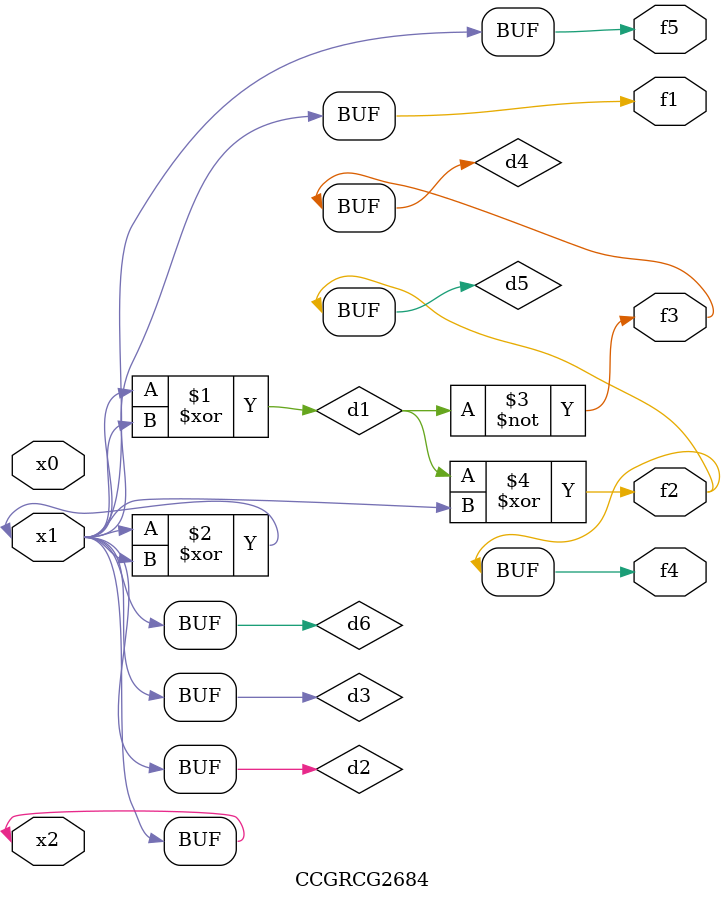
<source format=v>
module CCGRCG2684(
	input x0, x1, x2,
	output f1, f2, f3, f4, f5
);

	wire d1, d2, d3, d4, d5, d6;

	xor (d1, x1, x2);
	buf (d2, x1, x2);
	xor (d3, x1, x2);
	nor (d4, d1);
	xor (d5, d1, d2);
	buf (d6, d2, d3);
	assign f1 = d6;
	assign f2 = d5;
	assign f3 = d4;
	assign f4 = d5;
	assign f5 = d6;
endmodule

</source>
